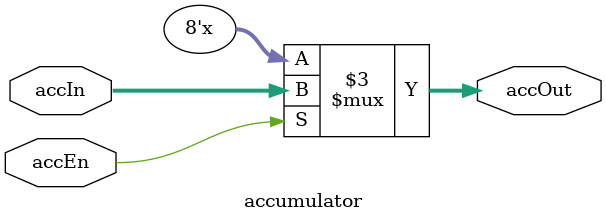
<source format=v>

`include "timescale.v"
`include "defines.v"


module accumulator (accIn, accEn, accOut);

	input [7:0] accIn;
	input accEn;
	
	output [7:0] accOut;
	
	reg [7:0] accOut;

	always @ (accIn, accEn)
	begin
		if (accEn)
		begin
			accOut = accIn;
			$write (" %b	data written to accumulator	:	module accumulator	", accIn);
		end
		else
		begin
			accOut = accOut;
		end
	end	// end always


endmodule

</source>
